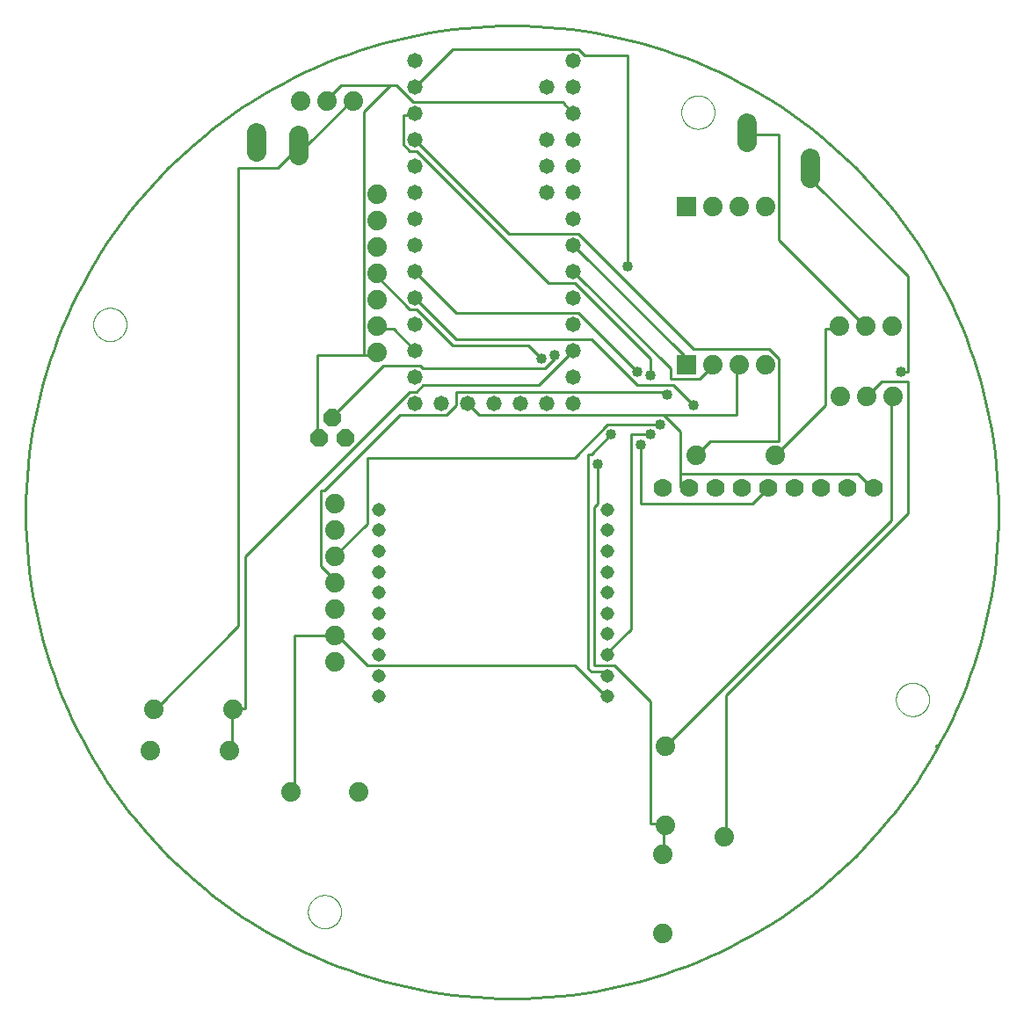
<source format=gtl>
G04 EAGLE Gerber X2 export*
%TF.Part,Single*%
%TF.FileFunction,Other,Top Layer*%
%TF.FilePolarity,Positive*%
%TF.GenerationSoftware,Autodesk,EAGLE,9.0.0*%
%TF.CreationDate,2018-04-20T04:20:38Z*%
G75*
%MOMM*%
%FSLAX34Y34*%
%LPD*%
%AMOC8*
5,1,8,0,0,1.08239X$1,22.5*%
G01*
%ADD10C,0.254000*%
%ADD11C,0.406400*%
%ADD12C,0.000000*%
%ADD13C,1.778000*%
%ADD14C,1.473200*%
%ADD15C,1.308000*%
%ADD16C,1.879600*%
%ADD17R,1.879600X1.879600*%
%ADD18C,1.879600*%
%ADD19P,1.814519X8X22.500000*%
%ADD20C,1.016000*%


D10*
X-468441Y-1524D02*
X-468300Y9972D01*
X-467877Y21461D01*
X-467172Y32937D01*
X-466185Y44391D01*
X-464918Y55818D01*
X-463371Y67211D01*
X-461544Y78562D01*
X-459440Y89864D01*
X-457059Y101112D01*
X-454402Y112298D01*
X-451472Y123415D01*
X-448270Y134457D01*
X-444798Y145417D01*
X-441058Y156289D01*
X-437052Y167066D01*
X-432783Y177741D01*
X-428253Y188308D01*
X-423466Y198760D01*
X-418423Y209092D01*
X-413128Y219298D01*
X-407584Y229370D01*
X-401795Y239303D01*
X-395764Y249091D01*
X-389494Y258728D01*
X-382990Y268208D01*
X-376255Y277526D01*
X-369294Y286676D01*
X-362110Y295652D01*
X-354708Y304449D01*
X-347092Y313062D01*
X-339267Y321485D01*
X-331238Y329714D01*
X-323009Y337743D01*
X-314586Y345568D01*
X-305973Y353184D01*
X-297176Y360586D01*
X-288200Y367770D01*
X-279050Y374731D01*
X-269732Y381466D01*
X-260252Y387970D01*
X-250615Y394240D01*
X-240827Y400271D01*
X-230894Y406060D01*
X-220822Y411604D01*
X-210616Y416899D01*
X-200284Y421942D01*
X-189832Y426729D01*
X-179265Y431259D01*
X-168590Y435528D01*
X-157813Y439534D01*
X-146941Y443274D01*
X-135981Y446746D01*
X-124939Y449948D01*
X-113822Y452878D01*
X-102636Y455535D01*
X-91388Y457916D01*
X-80086Y460020D01*
X-68735Y461847D01*
X-57342Y463394D01*
X-45915Y464661D01*
X-34461Y465648D01*
X-22985Y466353D01*
X-11496Y466776D01*
X0Y466917D01*
X11496Y466776D01*
X22985Y466353D01*
X34461Y465648D01*
X45915Y464661D01*
X57342Y463394D01*
X68735Y461847D01*
X80086Y460020D01*
X91388Y457916D01*
X102636Y455535D01*
X113822Y452878D01*
X124939Y449948D01*
X135981Y446746D01*
X146941Y443274D01*
X157813Y439534D01*
X168590Y435528D01*
X179265Y431259D01*
X189832Y426729D01*
X200284Y421942D01*
X210616Y416899D01*
X220822Y411604D01*
X230894Y406060D01*
X240827Y400271D01*
X250615Y394240D01*
X260252Y387970D01*
X269732Y381466D01*
X279050Y374731D01*
X288200Y367770D01*
X297176Y360586D01*
X305973Y353184D01*
X314586Y345568D01*
X323009Y337743D01*
X331238Y329714D01*
X339267Y321485D01*
X347092Y313062D01*
X354708Y304449D01*
X362110Y295652D01*
X369294Y286676D01*
X376255Y277526D01*
X382990Y268208D01*
X389494Y258728D01*
X395764Y249091D01*
X401795Y239303D01*
X407584Y229370D01*
X413128Y219298D01*
X418423Y209092D01*
X423466Y198760D01*
X428253Y188308D01*
X432783Y177741D01*
X437052Y167066D01*
X441058Y156289D01*
X444798Y145417D01*
X448270Y134457D01*
X451472Y123415D01*
X454402Y112298D01*
X457059Y101112D01*
X459440Y89864D01*
X461544Y78562D01*
X463371Y67211D01*
X464918Y55818D01*
X466185Y44391D01*
X467172Y32937D01*
X467877Y21461D01*
X468300Y9972D01*
X468441Y-1524D01*
X468300Y-13020D01*
X467877Y-24509D01*
X467172Y-35985D01*
X466185Y-47439D01*
X464918Y-58866D01*
X463371Y-70259D01*
X461544Y-81610D01*
X459440Y-92912D01*
X457059Y-104160D01*
X454402Y-115346D01*
X451472Y-126463D01*
X448270Y-137505D01*
X444798Y-148465D01*
X441058Y-159337D01*
X437052Y-170114D01*
X432783Y-180789D01*
X428253Y-191356D01*
X423466Y-201808D01*
X418423Y-212140D01*
X413128Y-222346D01*
X407584Y-232418D01*
X401795Y-242351D01*
X395764Y-252139D01*
X389494Y-261776D01*
X382990Y-271256D01*
X376255Y-280574D01*
X369294Y-289724D01*
X362110Y-298700D01*
X354708Y-307497D01*
X347092Y-316110D01*
X339267Y-324533D01*
X331238Y-332762D01*
X323009Y-340791D01*
X314586Y-348616D01*
X305973Y-356232D01*
X297176Y-363634D01*
X288200Y-370818D01*
X279050Y-377779D01*
X269732Y-384514D01*
X260252Y-391018D01*
X250615Y-397288D01*
X240827Y-403319D01*
X230894Y-409108D01*
X220822Y-414652D01*
X210616Y-419947D01*
X200284Y-424990D01*
X189832Y-429777D01*
X179265Y-434307D01*
X168590Y-438576D01*
X157813Y-442582D01*
X146941Y-446322D01*
X135981Y-449794D01*
X124939Y-452996D01*
X113822Y-455926D01*
X102636Y-458583D01*
X91388Y-460964D01*
X80086Y-463068D01*
X68735Y-464895D01*
X57342Y-466442D01*
X45915Y-467709D01*
X34461Y-468696D01*
X22985Y-469401D01*
X11496Y-469824D01*
X0Y-469965D01*
X-11496Y-469824D01*
X-22985Y-469401D01*
X-34461Y-468696D01*
X-45915Y-467709D01*
X-57342Y-466442D01*
X-68735Y-464895D01*
X-80086Y-463068D01*
X-91388Y-460964D01*
X-102636Y-458583D01*
X-113822Y-455926D01*
X-124939Y-452996D01*
X-135981Y-449794D01*
X-146941Y-446322D01*
X-157813Y-442582D01*
X-168590Y-438576D01*
X-179265Y-434307D01*
X-189832Y-429777D01*
X-200284Y-424990D01*
X-210616Y-419947D01*
X-220822Y-414652D01*
X-230894Y-409108D01*
X-240827Y-403319D01*
X-250615Y-397288D01*
X-260252Y-391018D01*
X-269732Y-384514D01*
X-279050Y-377779D01*
X-288200Y-370818D01*
X-297176Y-363634D01*
X-305973Y-356232D01*
X-314586Y-348616D01*
X-323009Y-340791D01*
X-331238Y-332762D01*
X-339267Y-324533D01*
X-347092Y-316110D01*
X-354708Y-307497D01*
X-362110Y-298700D01*
X-369294Y-289724D01*
X-376255Y-280574D01*
X-382990Y-271256D01*
X-389494Y-261776D01*
X-395764Y-252139D01*
X-401795Y-242351D01*
X-407584Y-232418D01*
X-413128Y-222346D01*
X-418423Y-212140D01*
X-423466Y-201808D01*
X-428253Y-191356D01*
X-432783Y-180789D01*
X-437052Y-170114D01*
X-441058Y-159337D01*
X-444798Y-148465D01*
X-448270Y-137505D01*
X-451472Y-126463D01*
X-454402Y-115346D01*
X-457059Y-104160D01*
X-459440Y-92912D01*
X-461544Y-81610D01*
X-463371Y-70259D01*
X-464918Y-58866D01*
X-466185Y-47439D01*
X-467172Y-35985D01*
X-467877Y-24509D01*
X-468300Y-13020D01*
X-468441Y-1524D01*
D11*
X409634Y-227580D02*
X409742Y-227350D01*
D12*
X163070Y383540D02*
X163075Y383933D01*
X163089Y384325D01*
X163113Y384717D01*
X163147Y385108D01*
X163190Y385499D01*
X163243Y385888D01*
X163306Y386275D01*
X163377Y386661D01*
X163459Y387046D01*
X163549Y387428D01*
X163650Y387807D01*
X163759Y388185D01*
X163878Y388559D01*
X164005Y388930D01*
X164142Y389298D01*
X164288Y389663D01*
X164443Y390024D01*
X164606Y390381D01*
X164778Y390734D01*
X164959Y391082D01*
X165149Y391426D01*
X165346Y391766D01*
X165552Y392100D01*
X165766Y392429D01*
X165989Y392753D01*
X166219Y393071D01*
X166456Y393384D01*
X166702Y393690D01*
X166955Y393991D01*
X167215Y394285D01*
X167482Y394573D01*
X167756Y394854D01*
X168037Y395128D01*
X168325Y395395D01*
X168619Y395655D01*
X168920Y395908D01*
X169226Y396154D01*
X169539Y396391D01*
X169857Y396621D01*
X170181Y396844D01*
X170510Y397058D01*
X170844Y397264D01*
X171184Y397461D01*
X171528Y397651D01*
X171876Y397832D01*
X172229Y398004D01*
X172586Y398167D01*
X172947Y398322D01*
X173312Y398468D01*
X173680Y398605D01*
X174051Y398732D01*
X174425Y398851D01*
X174803Y398960D01*
X175182Y399061D01*
X175564Y399151D01*
X175949Y399233D01*
X176335Y399304D01*
X176722Y399367D01*
X177111Y399420D01*
X177502Y399463D01*
X177893Y399497D01*
X178285Y399521D01*
X178677Y399535D01*
X179070Y399540D01*
X179463Y399535D01*
X179855Y399521D01*
X180247Y399497D01*
X180638Y399463D01*
X181029Y399420D01*
X181418Y399367D01*
X181805Y399304D01*
X182191Y399233D01*
X182576Y399151D01*
X182958Y399061D01*
X183337Y398960D01*
X183715Y398851D01*
X184089Y398732D01*
X184460Y398605D01*
X184828Y398468D01*
X185193Y398322D01*
X185554Y398167D01*
X185911Y398004D01*
X186264Y397832D01*
X186612Y397651D01*
X186956Y397461D01*
X187296Y397264D01*
X187630Y397058D01*
X187959Y396844D01*
X188283Y396621D01*
X188601Y396391D01*
X188914Y396154D01*
X189220Y395908D01*
X189521Y395655D01*
X189815Y395395D01*
X190103Y395128D01*
X190384Y394854D01*
X190658Y394573D01*
X190925Y394285D01*
X191185Y393991D01*
X191438Y393690D01*
X191684Y393384D01*
X191921Y393071D01*
X192151Y392753D01*
X192374Y392429D01*
X192588Y392100D01*
X192794Y391766D01*
X192991Y391426D01*
X193181Y391082D01*
X193362Y390734D01*
X193534Y390381D01*
X193697Y390024D01*
X193852Y389663D01*
X193998Y389298D01*
X194135Y388930D01*
X194262Y388559D01*
X194381Y388185D01*
X194490Y387807D01*
X194591Y387428D01*
X194681Y387046D01*
X194763Y386661D01*
X194834Y386275D01*
X194897Y385888D01*
X194950Y385499D01*
X194993Y385108D01*
X195027Y384717D01*
X195051Y384325D01*
X195065Y383933D01*
X195070Y383540D01*
X195065Y383147D01*
X195051Y382755D01*
X195027Y382363D01*
X194993Y381972D01*
X194950Y381581D01*
X194897Y381192D01*
X194834Y380805D01*
X194763Y380419D01*
X194681Y380034D01*
X194591Y379652D01*
X194490Y379273D01*
X194381Y378895D01*
X194262Y378521D01*
X194135Y378150D01*
X193998Y377782D01*
X193852Y377417D01*
X193697Y377056D01*
X193534Y376699D01*
X193362Y376346D01*
X193181Y375998D01*
X192991Y375654D01*
X192794Y375314D01*
X192588Y374980D01*
X192374Y374651D01*
X192151Y374327D01*
X191921Y374009D01*
X191684Y373696D01*
X191438Y373390D01*
X191185Y373089D01*
X190925Y372795D01*
X190658Y372507D01*
X190384Y372226D01*
X190103Y371952D01*
X189815Y371685D01*
X189521Y371425D01*
X189220Y371172D01*
X188914Y370926D01*
X188601Y370689D01*
X188283Y370459D01*
X187959Y370236D01*
X187630Y370022D01*
X187296Y369816D01*
X186956Y369619D01*
X186612Y369429D01*
X186264Y369248D01*
X185911Y369076D01*
X185554Y368913D01*
X185193Y368758D01*
X184828Y368612D01*
X184460Y368475D01*
X184089Y368348D01*
X183715Y368229D01*
X183337Y368120D01*
X182958Y368019D01*
X182576Y367929D01*
X182191Y367847D01*
X181805Y367776D01*
X181418Y367713D01*
X181029Y367660D01*
X180638Y367617D01*
X180247Y367583D01*
X179855Y367559D01*
X179463Y367545D01*
X179070Y367540D01*
X178677Y367545D01*
X178285Y367559D01*
X177893Y367583D01*
X177502Y367617D01*
X177111Y367660D01*
X176722Y367713D01*
X176335Y367776D01*
X175949Y367847D01*
X175564Y367929D01*
X175182Y368019D01*
X174803Y368120D01*
X174425Y368229D01*
X174051Y368348D01*
X173680Y368475D01*
X173312Y368612D01*
X172947Y368758D01*
X172586Y368913D01*
X172229Y369076D01*
X171876Y369248D01*
X171528Y369429D01*
X171184Y369619D01*
X170844Y369816D01*
X170510Y370022D01*
X170181Y370236D01*
X169857Y370459D01*
X169539Y370689D01*
X169226Y370926D01*
X168920Y371172D01*
X168619Y371425D01*
X168325Y371685D01*
X168037Y371952D01*
X167756Y372226D01*
X167482Y372507D01*
X167215Y372795D01*
X166955Y373089D01*
X166702Y373390D01*
X166456Y373696D01*
X166219Y374009D01*
X165989Y374327D01*
X165766Y374651D01*
X165552Y374980D01*
X165346Y375314D01*
X165149Y375654D01*
X164959Y375998D01*
X164778Y376346D01*
X164606Y376699D01*
X164443Y377056D01*
X164288Y377417D01*
X164142Y377782D01*
X164005Y378150D01*
X163878Y378521D01*
X163759Y378895D01*
X163650Y379273D01*
X163549Y379652D01*
X163459Y380034D01*
X163377Y380419D01*
X163306Y380805D01*
X163243Y381192D01*
X163190Y381581D01*
X163147Y381972D01*
X163113Y382363D01*
X163089Y382755D01*
X163075Y383147D01*
X163070Y383540D01*
X369826Y-182118D02*
X369831Y-181725D01*
X369845Y-181333D01*
X369869Y-180941D01*
X369903Y-180550D01*
X369946Y-180159D01*
X369999Y-179770D01*
X370062Y-179383D01*
X370133Y-178997D01*
X370215Y-178612D01*
X370305Y-178230D01*
X370406Y-177851D01*
X370515Y-177473D01*
X370634Y-177099D01*
X370761Y-176728D01*
X370898Y-176360D01*
X371044Y-175995D01*
X371199Y-175634D01*
X371362Y-175277D01*
X371534Y-174924D01*
X371715Y-174576D01*
X371905Y-174232D01*
X372102Y-173892D01*
X372308Y-173558D01*
X372522Y-173229D01*
X372745Y-172905D01*
X372975Y-172587D01*
X373212Y-172274D01*
X373458Y-171968D01*
X373711Y-171667D01*
X373971Y-171373D01*
X374238Y-171085D01*
X374512Y-170804D01*
X374793Y-170530D01*
X375081Y-170263D01*
X375375Y-170003D01*
X375676Y-169750D01*
X375982Y-169504D01*
X376295Y-169267D01*
X376613Y-169037D01*
X376937Y-168814D01*
X377266Y-168600D01*
X377600Y-168394D01*
X377940Y-168197D01*
X378284Y-168007D01*
X378632Y-167826D01*
X378985Y-167654D01*
X379342Y-167491D01*
X379703Y-167336D01*
X380068Y-167190D01*
X380436Y-167053D01*
X380807Y-166926D01*
X381181Y-166807D01*
X381559Y-166698D01*
X381938Y-166597D01*
X382320Y-166507D01*
X382705Y-166425D01*
X383091Y-166354D01*
X383478Y-166291D01*
X383867Y-166238D01*
X384258Y-166195D01*
X384649Y-166161D01*
X385041Y-166137D01*
X385433Y-166123D01*
X385826Y-166118D01*
X386219Y-166123D01*
X386611Y-166137D01*
X387003Y-166161D01*
X387394Y-166195D01*
X387785Y-166238D01*
X388174Y-166291D01*
X388561Y-166354D01*
X388947Y-166425D01*
X389332Y-166507D01*
X389714Y-166597D01*
X390093Y-166698D01*
X390471Y-166807D01*
X390845Y-166926D01*
X391216Y-167053D01*
X391584Y-167190D01*
X391949Y-167336D01*
X392310Y-167491D01*
X392667Y-167654D01*
X393020Y-167826D01*
X393368Y-168007D01*
X393712Y-168197D01*
X394052Y-168394D01*
X394386Y-168600D01*
X394715Y-168814D01*
X395039Y-169037D01*
X395357Y-169267D01*
X395670Y-169504D01*
X395976Y-169750D01*
X396277Y-170003D01*
X396571Y-170263D01*
X396859Y-170530D01*
X397140Y-170804D01*
X397414Y-171085D01*
X397681Y-171373D01*
X397941Y-171667D01*
X398194Y-171968D01*
X398440Y-172274D01*
X398677Y-172587D01*
X398907Y-172905D01*
X399130Y-173229D01*
X399344Y-173558D01*
X399550Y-173892D01*
X399747Y-174232D01*
X399937Y-174576D01*
X400118Y-174924D01*
X400290Y-175277D01*
X400453Y-175634D01*
X400608Y-175995D01*
X400754Y-176360D01*
X400891Y-176728D01*
X401018Y-177099D01*
X401137Y-177473D01*
X401246Y-177851D01*
X401347Y-178230D01*
X401437Y-178612D01*
X401519Y-178997D01*
X401590Y-179383D01*
X401653Y-179770D01*
X401706Y-180159D01*
X401749Y-180550D01*
X401783Y-180941D01*
X401807Y-181333D01*
X401821Y-181725D01*
X401826Y-182118D01*
X401821Y-182511D01*
X401807Y-182903D01*
X401783Y-183295D01*
X401749Y-183686D01*
X401706Y-184077D01*
X401653Y-184466D01*
X401590Y-184853D01*
X401519Y-185239D01*
X401437Y-185624D01*
X401347Y-186006D01*
X401246Y-186385D01*
X401137Y-186763D01*
X401018Y-187137D01*
X400891Y-187508D01*
X400754Y-187876D01*
X400608Y-188241D01*
X400453Y-188602D01*
X400290Y-188959D01*
X400118Y-189312D01*
X399937Y-189660D01*
X399747Y-190004D01*
X399550Y-190344D01*
X399344Y-190678D01*
X399130Y-191007D01*
X398907Y-191331D01*
X398677Y-191649D01*
X398440Y-191962D01*
X398194Y-192268D01*
X397941Y-192569D01*
X397681Y-192863D01*
X397414Y-193151D01*
X397140Y-193432D01*
X396859Y-193706D01*
X396571Y-193973D01*
X396277Y-194233D01*
X395976Y-194486D01*
X395670Y-194732D01*
X395357Y-194969D01*
X395039Y-195199D01*
X394715Y-195422D01*
X394386Y-195636D01*
X394052Y-195842D01*
X393712Y-196039D01*
X393368Y-196229D01*
X393020Y-196410D01*
X392667Y-196582D01*
X392310Y-196745D01*
X391949Y-196900D01*
X391584Y-197046D01*
X391216Y-197183D01*
X390845Y-197310D01*
X390471Y-197429D01*
X390093Y-197538D01*
X389714Y-197639D01*
X389332Y-197729D01*
X388947Y-197811D01*
X388561Y-197882D01*
X388174Y-197945D01*
X387785Y-197998D01*
X387394Y-198041D01*
X387003Y-198075D01*
X386611Y-198099D01*
X386219Y-198113D01*
X385826Y-198118D01*
X385433Y-198113D01*
X385041Y-198099D01*
X384649Y-198075D01*
X384258Y-198041D01*
X383867Y-197998D01*
X383478Y-197945D01*
X383091Y-197882D01*
X382705Y-197811D01*
X382320Y-197729D01*
X381938Y-197639D01*
X381559Y-197538D01*
X381181Y-197429D01*
X380807Y-197310D01*
X380436Y-197183D01*
X380068Y-197046D01*
X379703Y-196900D01*
X379342Y-196745D01*
X378985Y-196582D01*
X378632Y-196410D01*
X378284Y-196229D01*
X377940Y-196039D01*
X377600Y-195842D01*
X377266Y-195636D01*
X376937Y-195422D01*
X376613Y-195199D01*
X376295Y-194969D01*
X375982Y-194732D01*
X375676Y-194486D01*
X375375Y-194233D01*
X375081Y-193973D01*
X374793Y-193706D01*
X374512Y-193432D01*
X374238Y-193151D01*
X373971Y-192863D01*
X373711Y-192569D01*
X373458Y-192268D01*
X373212Y-191962D01*
X372975Y-191649D01*
X372745Y-191331D01*
X372522Y-191007D01*
X372308Y-190678D01*
X372102Y-190344D01*
X371905Y-190004D01*
X371715Y-189660D01*
X371534Y-189312D01*
X371362Y-188959D01*
X371199Y-188602D01*
X371044Y-188241D01*
X370898Y-187876D01*
X370761Y-187508D01*
X370634Y-187137D01*
X370515Y-186763D01*
X370406Y-186385D01*
X370305Y-186006D01*
X370215Y-185624D01*
X370133Y-185239D01*
X370062Y-184853D01*
X369999Y-184466D01*
X369946Y-184077D01*
X369903Y-183686D01*
X369869Y-183295D01*
X369845Y-182903D01*
X369831Y-182511D01*
X369826Y-182118D01*
X-403350Y179070D02*
X-403345Y179463D01*
X-403331Y179855D01*
X-403307Y180247D01*
X-403273Y180638D01*
X-403230Y181029D01*
X-403177Y181418D01*
X-403114Y181805D01*
X-403043Y182191D01*
X-402961Y182576D01*
X-402871Y182958D01*
X-402770Y183337D01*
X-402661Y183715D01*
X-402542Y184089D01*
X-402415Y184460D01*
X-402278Y184828D01*
X-402132Y185193D01*
X-401977Y185554D01*
X-401814Y185911D01*
X-401642Y186264D01*
X-401461Y186612D01*
X-401271Y186956D01*
X-401074Y187296D01*
X-400868Y187630D01*
X-400654Y187959D01*
X-400431Y188283D01*
X-400201Y188601D01*
X-399964Y188914D01*
X-399718Y189220D01*
X-399465Y189521D01*
X-399205Y189815D01*
X-398938Y190103D01*
X-398664Y190384D01*
X-398383Y190658D01*
X-398095Y190925D01*
X-397801Y191185D01*
X-397500Y191438D01*
X-397194Y191684D01*
X-396881Y191921D01*
X-396563Y192151D01*
X-396239Y192374D01*
X-395910Y192588D01*
X-395576Y192794D01*
X-395236Y192991D01*
X-394892Y193181D01*
X-394544Y193362D01*
X-394191Y193534D01*
X-393834Y193697D01*
X-393473Y193852D01*
X-393108Y193998D01*
X-392740Y194135D01*
X-392369Y194262D01*
X-391995Y194381D01*
X-391617Y194490D01*
X-391238Y194591D01*
X-390856Y194681D01*
X-390471Y194763D01*
X-390085Y194834D01*
X-389698Y194897D01*
X-389309Y194950D01*
X-388918Y194993D01*
X-388527Y195027D01*
X-388135Y195051D01*
X-387743Y195065D01*
X-387350Y195070D01*
X-386957Y195065D01*
X-386565Y195051D01*
X-386173Y195027D01*
X-385782Y194993D01*
X-385391Y194950D01*
X-385002Y194897D01*
X-384615Y194834D01*
X-384229Y194763D01*
X-383844Y194681D01*
X-383462Y194591D01*
X-383083Y194490D01*
X-382705Y194381D01*
X-382331Y194262D01*
X-381960Y194135D01*
X-381592Y193998D01*
X-381227Y193852D01*
X-380866Y193697D01*
X-380509Y193534D01*
X-380156Y193362D01*
X-379808Y193181D01*
X-379464Y192991D01*
X-379124Y192794D01*
X-378790Y192588D01*
X-378461Y192374D01*
X-378137Y192151D01*
X-377819Y191921D01*
X-377506Y191684D01*
X-377200Y191438D01*
X-376899Y191185D01*
X-376605Y190925D01*
X-376317Y190658D01*
X-376036Y190384D01*
X-375762Y190103D01*
X-375495Y189815D01*
X-375235Y189521D01*
X-374982Y189220D01*
X-374736Y188914D01*
X-374499Y188601D01*
X-374269Y188283D01*
X-374046Y187959D01*
X-373832Y187630D01*
X-373626Y187296D01*
X-373429Y186956D01*
X-373239Y186612D01*
X-373058Y186264D01*
X-372886Y185911D01*
X-372723Y185554D01*
X-372568Y185193D01*
X-372422Y184828D01*
X-372285Y184460D01*
X-372158Y184089D01*
X-372039Y183715D01*
X-371930Y183337D01*
X-371829Y182958D01*
X-371739Y182576D01*
X-371657Y182191D01*
X-371586Y181805D01*
X-371523Y181418D01*
X-371470Y181029D01*
X-371427Y180638D01*
X-371393Y180247D01*
X-371369Y179855D01*
X-371355Y179463D01*
X-371350Y179070D01*
X-371355Y178677D01*
X-371369Y178285D01*
X-371393Y177893D01*
X-371427Y177502D01*
X-371470Y177111D01*
X-371523Y176722D01*
X-371586Y176335D01*
X-371657Y175949D01*
X-371739Y175564D01*
X-371829Y175182D01*
X-371930Y174803D01*
X-372039Y174425D01*
X-372158Y174051D01*
X-372285Y173680D01*
X-372422Y173312D01*
X-372568Y172947D01*
X-372723Y172586D01*
X-372886Y172229D01*
X-373058Y171876D01*
X-373239Y171528D01*
X-373429Y171184D01*
X-373626Y170844D01*
X-373832Y170510D01*
X-374046Y170181D01*
X-374269Y169857D01*
X-374499Y169539D01*
X-374736Y169226D01*
X-374982Y168920D01*
X-375235Y168619D01*
X-375495Y168325D01*
X-375762Y168037D01*
X-376036Y167756D01*
X-376317Y167482D01*
X-376605Y167215D01*
X-376899Y166955D01*
X-377200Y166702D01*
X-377506Y166456D01*
X-377819Y166219D01*
X-378137Y165989D01*
X-378461Y165766D01*
X-378790Y165552D01*
X-379124Y165346D01*
X-379464Y165149D01*
X-379808Y164959D01*
X-380156Y164778D01*
X-380509Y164606D01*
X-380866Y164443D01*
X-381227Y164288D01*
X-381592Y164142D01*
X-381960Y164005D01*
X-382331Y163878D01*
X-382705Y163759D01*
X-383083Y163650D01*
X-383462Y163549D01*
X-383844Y163459D01*
X-384229Y163377D01*
X-384615Y163306D01*
X-385002Y163243D01*
X-385391Y163190D01*
X-385782Y163147D01*
X-386173Y163113D01*
X-386565Y163089D01*
X-386957Y163075D01*
X-387350Y163070D01*
X-387743Y163075D01*
X-388135Y163089D01*
X-388527Y163113D01*
X-388918Y163147D01*
X-389309Y163190D01*
X-389698Y163243D01*
X-390085Y163306D01*
X-390471Y163377D01*
X-390856Y163459D01*
X-391238Y163549D01*
X-391617Y163650D01*
X-391995Y163759D01*
X-392369Y163878D01*
X-392740Y164005D01*
X-393108Y164142D01*
X-393473Y164288D01*
X-393834Y164443D01*
X-394191Y164606D01*
X-394544Y164778D01*
X-394892Y164959D01*
X-395236Y165149D01*
X-395576Y165346D01*
X-395910Y165552D01*
X-396239Y165766D01*
X-396563Y165989D01*
X-396881Y166219D01*
X-397194Y166456D01*
X-397500Y166702D01*
X-397801Y166955D01*
X-398095Y167215D01*
X-398383Y167482D01*
X-398664Y167756D01*
X-398938Y168037D01*
X-399205Y168325D01*
X-399465Y168619D01*
X-399718Y168920D01*
X-399964Y169226D01*
X-400201Y169539D01*
X-400431Y169857D01*
X-400654Y170181D01*
X-400868Y170510D01*
X-401074Y170844D01*
X-401271Y171184D01*
X-401461Y171528D01*
X-401642Y171876D01*
X-401814Y172229D01*
X-401977Y172586D01*
X-402132Y172947D01*
X-402278Y173312D01*
X-402415Y173680D01*
X-402542Y174051D01*
X-402661Y174425D01*
X-402770Y174803D01*
X-402871Y175182D01*
X-402961Y175564D01*
X-403043Y175949D01*
X-403114Y176335D01*
X-403177Y176722D01*
X-403230Y177111D01*
X-403273Y177502D01*
X-403307Y177893D01*
X-403331Y178285D01*
X-403345Y178677D01*
X-403350Y179070D01*
X-196594Y-386588D02*
X-196589Y-386195D01*
X-196575Y-385803D01*
X-196551Y-385411D01*
X-196517Y-385020D01*
X-196474Y-384629D01*
X-196421Y-384240D01*
X-196358Y-383853D01*
X-196287Y-383467D01*
X-196205Y-383082D01*
X-196115Y-382700D01*
X-196014Y-382321D01*
X-195905Y-381943D01*
X-195786Y-381569D01*
X-195659Y-381198D01*
X-195522Y-380830D01*
X-195376Y-380465D01*
X-195221Y-380104D01*
X-195058Y-379747D01*
X-194886Y-379394D01*
X-194705Y-379046D01*
X-194515Y-378702D01*
X-194318Y-378362D01*
X-194112Y-378028D01*
X-193898Y-377699D01*
X-193675Y-377375D01*
X-193445Y-377057D01*
X-193208Y-376744D01*
X-192962Y-376438D01*
X-192709Y-376137D01*
X-192449Y-375843D01*
X-192182Y-375555D01*
X-191908Y-375274D01*
X-191627Y-375000D01*
X-191339Y-374733D01*
X-191045Y-374473D01*
X-190744Y-374220D01*
X-190438Y-373974D01*
X-190125Y-373737D01*
X-189807Y-373507D01*
X-189483Y-373284D01*
X-189154Y-373070D01*
X-188820Y-372864D01*
X-188480Y-372667D01*
X-188136Y-372477D01*
X-187788Y-372296D01*
X-187435Y-372124D01*
X-187078Y-371961D01*
X-186717Y-371806D01*
X-186352Y-371660D01*
X-185984Y-371523D01*
X-185613Y-371396D01*
X-185239Y-371277D01*
X-184861Y-371168D01*
X-184482Y-371067D01*
X-184100Y-370977D01*
X-183715Y-370895D01*
X-183329Y-370824D01*
X-182942Y-370761D01*
X-182553Y-370708D01*
X-182162Y-370665D01*
X-181771Y-370631D01*
X-181379Y-370607D01*
X-180987Y-370593D01*
X-180594Y-370588D01*
X-180201Y-370593D01*
X-179809Y-370607D01*
X-179417Y-370631D01*
X-179026Y-370665D01*
X-178635Y-370708D01*
X-178246Y-370761D01*
X-177859Y-370824D01*
X-177473Y-370895D01*
X-177088Y-370977D01*
X-176706Y-371067D01*
X-176327Y-371168D01*
X-175949Y-371277D01*
X-175575Y-371396D01*
X-175204Y-371523D01*
X-174836Y-371660D01*
X-174471Y-371806D01*
X-174110Y-371961D01*
X-173753Y-372124D01*
X-173400Y-372296D01*
X-173052Y-372477D01*
X-172708Y-372667D01*
X-172368Y-372864D01*
X-172034Y-373070D01*
X-171705Y-373284D01*
X-171381Y-373507D01*
X-171063Y-373737D01*
X-170750Y-373974D01*
X-170444Y-374220D01*
X-170143Y-374473D01*
X-169849Y-374733D01*
X-169561Y-375000D01*
X-169280Y-375274D01*
X-169006Y-375555D01*
X-168739Y-375843D01*
X-168479Y-376137D01*
X-168226Y-376438D01*
X-167980Y-376744D01*
X-167743Y-377057D01*
X-167513Y-377375D01*
X-167290Y-377699D01*
X-167076Y-378028D01*
X-166870Y-378362D01*
X-166673Y-378702D01*
X-166483Y-379046D01*
X-166302Y-379394D01*
X-166130Y-379747D01*
X-165967Y-380104D01*
X-165812Y-380465D01*
X-165666Y-380830D01*
X-165529Y-381198D01*
X-165402Y-381569D01*
X-165283Y-381943D01*
X-165174Y-382321D01*
X-165073Y-382700D01*
X-164983Y-383082D01*
X-164901Y-383467D01*
X-164830Y-383853D01*
X-164767Y-384240D01*
X-164714Y-384629D01*
X-164671Y-385020D01*
X-164637Y-385411D01*
X-164613Y-385803D01*
X-164599Y-386195D01*
X-164594Y-386588D01*
X-164599Y-386981D01*
X-164613Y-387373D01*
X-164637Y-387765D01*
X-164671Y-388156D01*
X-164714Y-388547D01*
X-164767Y-388936D01*
X-164830Y-389323D01*
X-164901Y-389709D01*
X-164983Y-390094D01*
X-165073Y-390476D01*
X-165174Y-390855D01*
X-165283Y-391233D01*
X-165402Y-391607D01*
X-165529Y-391978D01*
X-165666Y-392346D01*
X-165812Y-392711D01*
X-165967Y-393072D01*
X-166130Y-393429D01*
X-166302Y-393782D01*
X-166483Y-394130D01*
X-166673Y-394474D01*
X-166870Y-394814D01*
X-167076Y-395148D01*
X-167290Y-395477D01*
X-167513Y-395801D01*
X-167743Y-396119D01*
X-167980Y-396432D01*
X-168226Y-396738D01*
X-168479Y-397039D01*
X-168739Y-397333D01*
X-169006Y-397621D01*
X-169280Y-397902D01*
X-169561Y-398176D01*
X-169849Y-398443D01*
X-170143Y-398703D01*
X-170444Y-398956D01*
X-170750Y-399202D01*
X-171063Y-399439D01*
X-171381Y-399669D01*
X-171705Y-399892D01*
X-172034Y-400106D01*
X-172368Y-400312D01*
X-172708Y-400509D01*
X-173052Y-400699D01*
X-173400Y-400880D01*
X-173753Y-401052D01*
X-174110Y-401215D01*
X-174471Y-401370D01*
X-174836Y-401516D01*
X-175204Y-401653D01*
X-175575Y-401780D01*
X-175949Y-401899D01*
X-176327Y-402008D01*
X-176706Y-402109D01*
X-177088Y-402199D01*
X-177473Y-402281D01*
X-177859Y-402352D01*
X-178246Y-402415D01*
X-178635Y-402468D01*
X-179026Y-402511D01*
X-179417Y-402545D01*
X-179809Y-402569D01*
X-180201Y-402583D01*
X-180594Y-402588D01*
X-180987Y-402583D01*
X-181379Y-402569D01*
X-181771Y-402545D01*
X-182162Y-402511D01*
X-182553Y-402468D01*
X-182942Y-402415D01*
X-183329Y-402352D01*
X-183715Y-402281D01*
X-184100Y-402199D01*
X-184482Y-402109D01*
X-184861Y-402008D01*
X-185239Y-401899D01*
X-185613Y-401780D01*
X-185984Y-401653D01*
X-186352Y-401516D01*
X-186717Y-401370D01*
X-187078Y-401215D01*
X-187435Y-401052D01*
X-187788Y-400880D01*
X-188136Y-400699D01*
X-188480Y-400509D01*
X-188820Y-400312D01*
X-189154Y-400106D01*
X-189483Y-399892D01*
X-189807Y-399669D01*
X-190125Y-399439D01*
X-190438Y-399202D01*
X-190744Y-398956D01*
X-191045Y-398703D01*
X-191339Y-398443D01*
X-191627Y-398176D01*
X-191908Y-397902D01*
X-192182Y-397621D01*
X-192449Y-397333D01*
X-192709Y-397039D01*
X-192962Y-396738D01*
X-193208Y-396432D01*
X-193445Y-396119D01*
X-193675Y-395801D01*
X-193898Y-395477D01*
X-194112Y-395148D01*
X-194318Y-394814D01*
X-194515Y-394474D01*
X-194705Y-394130D01*
X-194886Y-393782D01*
X-195058Y-393429D01*
X-195221Y-393072D01*
X-195376Y-392711D01*
X-195522Y-392346D01*
X-195659Y-391978D01*
X-195786Y-391607D01*
X-195905Y-391233D01*
X-196014Y-390855D01*
X-196115Y-390476D01*
X-196205Y-390094D01*
X-196287Y-389709D01*
X-196358Y-389323D01*
X-196421Y-388936D01*
X-196474Y-388547D01*
X-196517Y-388156D01*
X-196551Y-387765D01*
X-196575Y-387373D01*
X-196589Y-386981D01*
X-196594Y-386588D01*
D13*
X144781Y21335D03*
X170181Y21335D03*
X195581Y21335D03*
X220981Y21335D03*
X246381Y21335D03*
X271781Y21335D03*
X297181Y21335D03*
X322581Y21335D03*
X347981Y21335D03*
D14*
X-93472Y433578D03*
X-93472Y408178D03*
X-93472Y382778D03*
X-93472Y357378D03*
X-93472Y331978D03*
X-93472Y306578D03*
X-93472Y281178D03*
X-93472Y255778D03*
X-93472Y230378D03*
X-93472Y204978D03*
X-93472Y179578D03*
X-93472Y154178D03*
X-93472Y128778D03*
X-93472Y103378D03*
X-68072Y103378D03*
X-42672Y103378D03*
X-17272Y103378D03*
X8128Y103378D03*
X33528Y103378D03*
X58928Y103378D03*
X58928Y128778D03*
X58928Y154178D03*
X58928Y179578D03*
X58928Y204978D03*
X58928Y230378D03*
X58928Y255778D03*
X58928Y281178D03*
X58928Y306578D03*
X58928Y331978D03*
X58928Y357378D03*
X58928Y382778D03*
X58928Y408178D03*
X33528Y408178D03*
X33528Y357378D03*
X33528Y331978D03*
X33528Y306578D03*
X58928Y433578D03*
D15*
X91881Y-179164D03*
X91881Y-159164D03*
X91881Y-139164D03*
X91881Y-119164D03*
X91881Y-99164D03*
X91881Y-79164D03*
X91881Y-59164D03*
X91881Y-39164D03*
X91881Y-19164D03*
X91881Y836D03*
X-128119Y836D03*
X-128119Y-19164D03*
X-128119Y-39164D03*
X-128119Y-59164D03*
X-128119Y-79164D03*
X-128119Y-99164D03*
X-128119Y-119164D03*
X-128119Y-139164D03*
X-128119Y-159164D03*
X-128119Y-179164D03*
D16*
X-129794Y304379D03*
X-129794Y278979D03*
X-129794Y253579D03*
X-129794Y228179D03*
X-129794Y202779D03*
X-129794Y177379D03*
X-129794Y151979D03*
D17*
X167894Y292354D03*
D16*
X193294Y292354D03*
X218694Y292354D03*
X244094Y292354D03*
D17*
X167894Y139954D03*
D16*
X193294Y139954D03*
X218694Y139954D03*
X244094Y139954D03*
X-170774Y-146029D03*
X-170774Y-120629D03*
X-170774Y-95229D03*
X-170774Y-69829D03*
X-170774Y-44429D03*
X-170774Y-19029D03*
X-170774Y6371D03*
X204724Y-314706D03*
X-147678Y-271266D03*
X-212678Y-271266D03*
X316462Y109418D03*
X341862Y109418D03*
X367262Y109418D03*
X-203454Y394208D03*
X-178054Y394208D03*
X-152654Y394208D03*
X315638Y177552D03*
X341038Y177552D03*
X366438Y177552D03*
D18*
X-246042Y345018D02*
X-246042Y363814D01*
X-205232Y360934D02*
X-205232Y342138D01*
X287529Y338922D02*
X287529Y320126D01*
D19*
X-185591Y70108D03*
X-172891Y89158D03*
X-160191Y70108D03*
D16*
X253628Y53207D03*
X177428Y53207D03*
X-345278Y-191763D03*
X-269078Y-191763D03*
X-271944Y-231384D03*
X-348144Y-231384D03*
X147317Y-227252D03*
X147317Y-303452D03*
X145542Y-330964D03*
X145542Y-407164D03*
D18*
X226314Y354076D02*
X226314Y372872D01*
D10*
X-41275Y101600D02*
X-31750Y92075D01*
X146050Y92075D01*
X161925Y76200D01*
X161925Y34925D02*
X161925Y22225D01*
X161925Y34925D02*
X161925Y76200D01*
X161925Y22225D02*
X168275Y22225D01*
X-41275Y101600D02*
X-42672Y103378D01*
X168275Y22225D02*
X170181Y21335D01*
X333375Y34925D02*
X346075Y22225D01*
X333375Y34925D02*
X161925Y34925D01*
X346075Y22225D02*
X347981Y21335D01*
X215900Y92075D02*
X215900Y139700D01*
X215900Y92075D02*
X146050Y92075D01*
X215900Y139700D02*
X218694Y139954D01*
X60325Y-149225D02*
X88900Y-177800D01*
X60325Y-149225D02*
X-139700Y-149225D01*
X-168275Y-120650D01*
X88900Y-177800D02*
X91881Y-179164D01*
X-168275Y-120650D02*
X-170774Y-120629D01*
X-209550Y-120650D02*
X-209550Y-269875D01*
X-209550Y-120650D02*
X-171450Y-120650D01*
X-209550Y-269875D02*
X-212678Y-271266D01*
X-171450Y-120650D02*
X-170774Y-120629D01*
X-187325Y73025D02*
X-187325Y149225D01*
X-142875Y149225D02*
X-130175Y149225D01*
X-142875Y149225D02*
X-187325Y149225D01*
X-187325Y73025D02*
X-185591Y70108D01*
X-130175Y149225D02*
X-129794Y151979D01*
X-177800Y396875D02*
X-165100Y409575D01*
X-117475Y409575D02*
X-111125Y409575D01*
X-117475Y409575D02*
X-165100Y409575D01*
X-111125Y409575D02*
X-95250Y393700D01*
X49102Y393700D01*
X-177800Y396875D02*
X-178054Y394208D01*
X-142875Y384175D02*
X-142875Y149225D01*
X-142875Y384175D02*
X-117475Y409575D01*
X49102Y393700D02*
X49102Y392604D01*
X58928Y382778D01*
X-92075Y203200D02*
X-53975Y165100D01*
X76200Y165100D01*
X120650Y120650D01*
X155575Y120650D01*
X174625Y101600D01*
X-92075Y203200D02*
X-93472Y204978D01*
D20*
X174625Y101600D03*
D10*
X-53975Y190500D02*
X-92075Y228600D01*
X-53975Y190500D02*
X63500Y190500D01*
X120650Y133350D01*
X123825Y63500D02*
X123825Y6350D01*
X231775Y6350D01*
X244475Y19050D01*
X-92075Y228600D02*
X-93472Y230378D01*
X244475Y19050D02*
X246381Y21335D01*
D20*
X120650Y133350D03*
X123825Y63500D03*
D10*
X85725Y-155575D02*
X88900Y-158750D01*
X85725Y-155575D02*
X76200Y-155575D01*
X73025Y-152400D01*
X73025Y53975D01*
X76200Y53975D01*
X95250Y73025D01*
X111125Y234950D02*
X111125Y438150D01*
X69850Y438150D01*
X63500Y444500D01*
X-57150Y444500D01*
X-93472Y408178D01*
X88900Y-158750D02*
X91881Y-159164D01*
D20*
X95250Y73025D03*
X111125Y234950D03*
D10*
X114300Y-114300D02*
X92075Y-136525D01*
X114300Y-114300D02*
X114300Y73025D01*
X133350Y73025D01*
X133350Y130175D02*
X133350Y146050D01*
X60325Y219075D01*
X34925Y219075D01*
X-92075Y346075D01*
X-98425Y346075D01*
X-104775Y352425D01*
X-104775Y381000D01*
X-95250Y381000D01*
X92075Y-136525D02*
X91881Y-139164D01*
X-95250Y381000D02*
X-93472Y382778D01*
D20*
X133350Y73025D03*
X133350Y130175D03*
D10*
X28575Y146050D02*
X15875Y158750D01*
X-57150Y158750D01*
X-92075Y193675D01*
X-98425Y193675D01*
X-130175Y225425D01*
X-129794Y228179D01*
D20*
X28575Y146050D03*
D10*
X-95250Y155575D02*
X-114300Y174625D01*
X-127000Y174625D01*
X-95250Y155575D02*
X-93472Y154178D01*
X-127000Y174625D02*
X-129794Y177379D01*
X-3175Y266700D02*
X-92075Y355600D01*
X-3175Y266700D02*
X63500Y266700D01*
X174625Y155575D01*
X247650Y155575D01*
X257175Y146050D01*
X257175Y66675D01*
X190500Y66675D01*
X177800Y53975D01*
X-92075Y355600D02*
X-93472Y357378D01*
X177800Y53975D02*
X177428Y53207D01*
X152400Y136525D02*
X60325Y228600D01*
X152400Y136525D02*
X152400Y127000D01*
X180975Y127000D01*
X193675Y139700D01*
X60325Y228600D02*
X58928Y230378D01*
X193294Y139954D02*
X193675Y139700D01*
X-139700Y-12700D02*
X-168275Y-41275D01*
X-139700Y-12700D02*
X-139700Y50800D01*
X60325Y50800D01*
X92075Y82550D01*
X142875Y82550D01*
X-168275Y-41275D02*
X-170774Y-44429D01*
D20*
X142875Y82550D03*
D10*
X165100Y149225D02*
X60325Y254000D01*
X165100Y149225D02*
X165100Y142875D01*
X60325Y254000D02*
X58928Y255778D01*
X165100Y142875D02*
X167894Y139954D01*
X-171450Y-66675D02*
X-184150Y-53975D01*
X-184150Y19050D01*
X-180975Y19050D01*
X-107950Y92075D01*
X-63500Y92075D01*
X-53975Y101600D01*
X-53975Y114300D01*
X146050Y114300D01*
X149225Y111125D01*
X-171450Y-66675D02*
X-170774Y-69829D01*
D20*
X149225Y111125D03*
D10*
X-263525Y-111125D02*
X-342900Y-190500D01*
X-263525Y-111125D02*
X-263525Y330200D01*
X-225425Y330200D01*
X-206375Y349250D01*
X-342900Y-190500D02*
X-345278Y-191763D01*
X-206375Y349250D02*
X-205232Y351536D01*
X-196850Y352425D02*
X-155575Y393700D01*
X-196850Y352425D02*
X-203200Y352425D01*
X-155575Y393700D02*
X-152654Y394208D01*
X-203200Y352425D02*
X-205232Y351536D01*
X206375Y-177800D02*
X206375Y-314325D01*
X206375Y-177800D02*
X381000Y-3175D01*
X381000Y123825D01*
X355600Y123825D01*
X342900Y111125D01*
X206375Y-314325D02*
X204724Y-314706D01*
X341862Y109418D02*
X342900Y111125D01*
X41275Y146050D02*
X41275Y149225D01*
X41275Y146050D02*
X31750Y136525D01*
X-85725Y136525D01*
X-88900Y139700D01*
X-123825Y139700D01*
X-171450Y92075D01*
X-172891Y89158D01*
D20*
X41275Y149225D03*
D10*
X365125Y-9525D02*
X149225Y-225425D01*
X365125Y-9525D02*
X365125Y107950D01*
X149225Y-225425D02*
X147317Y-227252D01*
X365125Y107950D02*
X367262Y109418D01*
X381000Y225425D02*
X288925Y317500D01*
X381000Y225425D02*
X381000Y133350D01*
X374650Y133350D01*
X288925Y317500D02*
X287529Y320126D01*
D20*
X374650Y133350D03*
D10*
X58928Y154178D02*
X25400Y120650D01*
X-85725Y120650D01*
X-92075Y114300D01*
X-98425Y114300D01*
X-257175Y-44450D01*
X-257175Y-190500D01*
X-266700Y-190500D01*
X-269078Y-191763D01*
X-269875Y-193675D02*
X-269875Y-228600D01*
X-271944Y-231384D01*
X-269875Y-193675D02*
X-269078Y-191763D01*
X82550Y6350D02*
X82550Y44450D01*
X82550Y6350D02*
X79375Y3175D01*
X79375Y-149225D01*
X98425Y-149225D01*
X133350Y-184150D01*
X133350Y-301625D01*
X146050Y-301625D01*
X147317Y-303452D01*
X146050Y-304800D02*
X146050Y-330200D01*
X145542Y-330964D01*
X146050Y-304800D02*
X147317Y-303452D01*
D20*
X82550Y44450D03*
D10*
X254000Y53975D02*
X301625Y101600D01*
X301625Y174625D01*
X314325Y174625D01*
X254000Y53975D02*
X253628Y53207D01*
X314325Y174625D02*
X315638Y177552D01*
X339725Y177800D02*
X257175Y260350D01*
X257175Y361950D01*
X228600Y361950D01*
X339725Y177800D02*
X341038Y177552D01*
X228600Y361950D02*
X226314Y363474D01*
M02*

</source>
